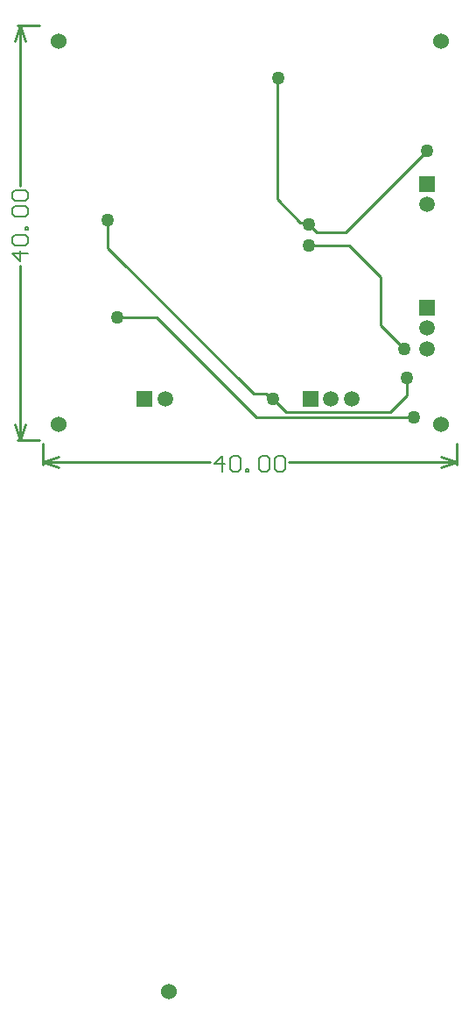
<source format=gbl>
G04*
G04 #@! TF.GenerationSoftware,Altium Limited,Altium Designer,22.1.2 (22)*
G04*
G04 Layer_Physical_Order=2*
G04 Layer_Color=16711680*
%FSLAX24Y24*%
%MOIN*%
G70*
G04*
G04 #@! TF.SameCoordinates,7AB658FE-4F4A-440D-9AF7-89D71A904C7E*
G04*
G04*
G04 #@! TF.FilePolarity,Positive*
G04*
G01*
G75*
%ADD11C,0.0100*%
%ADD13C,0.0060*%
%ADD31R,0.0591X0.0591*%
%ADD32C,0.0591*%
%ADD33C,0.0600*%
%ADD34R,0.0591X0.0591*%
%ADD35C,0.0500*%
D11*
X11650Y7400D02*
X12850Y6200D01*
Y4350D02*
Y6200D01*
Y4350D02*
X13750Y3450D01*
X8100Y850D02*
X14100D01*
X8750Y1550D02*
X9250Y1050D01*
X13200D01*
X4300Y4650D02*
X8100Y850D01*
X13200Y1050D02*
X13850Y1700D01*
X10100Y7350D02*
Y7400D01*
X11650D01*
X13850Y1700D02*
Y2350D01*
X10100Y8200D02*
X10400Y7900D01*
X10042Y8258D02*
X10100Y8200D01*
X2800Y4650D02*
X4300D01*
X2450Y7300D02*
Y8350D01*
Y7300D02*
X8000Y1750D01*
X8691Y1550D02*
X8750D01*
X8491Y1750D02*
X8691Y1550D01*
X8000Y1750D02*
X8491D01*
X9792Y8258D02*
X10042D01*
X8900Y9150D02*
X9792Y8258D01*
X10400Y7900D02*
X11500D01*
X8900Y9150D02*
Y13700D01*
X11500Y7900D02*
X14600Y11000D01*
X8900Y13700D02*
X8950Y13750D01*
X-900Y15748D02*
X-700Y15148D01*
X-1100D02*
X-900Y15748D01*
X-1100Y600D02*
X-900Y0D01*
X-700Y600D01*
X-900Y9660D02*
Y15748D01*
Y0D02*
Y6640D01*
X-1000Y15748D02*
X-170D01*
X-1000Y0D02*
X-170D01*
X-20Y-850D02*
X580Y-650D01*
X-20Y-850D02*
X580Y-1050D01*
X15128D02*
X15728Y-850D01*
X15128Y-650D02*
X15728Y-850D01*
X-20D02*
X6340D01*
X9360D02*
X15728D01*
X-20Y-950D02*
Y-150D01*
X15728Y-950D02*
Y-150D01*
D13*
X-600Y7100D02*
X-1200D01*
X-900Y6800D01*
Y7200D01*
X-1100Y7400D02*
X-1200Y7500D01*
Y7700D01*
X-1100Y7800D01*
X-700D01*
X-600Y7700D01*
Y7500D01*
X-700Y7400D01*
X-1100D01*
X-600Y8000D02*
X-700D01*
Y8100D01*
X-600D01*
Y8000D01*
X-1100Y8500D02*
X-1200Y8600D01*
Y8800D01*
X-1100Y8900D01*
X-700D01*
X-600Y8800D01*
Y8600D01*
X-700Y8500D01*
X-1100D01*
Y9100D02*
X-1200Y9200D01*
Y9400D01*
X-1100Y9500D01*
X-700D01*
X-600Y9400D01*
Y9200D01*
X-700Y9100D01*
X-1100D01*
X6800Y-1200D02*
Y-600D01*
X6500Y-900D01*
X6900D01*
X7100Y-700D02*
X7200Y-600D01*
X7400D01*
X7500Y-700D01*
Y-1100D01*
X7400Y-1200D01*
X7200D01*
X7100Y-1100D01*
Y-700D01*
X7700Y-1200D02*
Y-1100D01*
X7800D01*
Y-1200D01*
X7700D01*
X8200Y-700D02*
X8300Y-600D01*
X8500D01*
X8600Y-700D01*
Y-1100D01*
X8500Y-1200D01*
X8300D01*
X8200Y-1100D01*
Y-700D01*
X8800D02*
X8900Y-600D01*
X9100D01*
X9200Y-700D01*
Y-1100D01*
X9100Y-1200D01*
X8900D01*
X8800Y-1100D01*
Y-700D01*
D31*
X14600Y5037D02*
D03*
X14608Y9744D02*
D03*
D32*
X14600Y4250D02*
D03*
Y3463D02*
D03*
X14608Y8956D02*
D03*
X11737Y1550D02*
D03*
X10950D02*
D03*
X4644D02*
D03*
D33*
X15159Y591D02*
D03*
X591Y15159D02*
D03*
X15159D02*
D03*
X591Y591D02*
D03*
X4764Y-20976D02*
D03*
D34*
X10163Y1550D02*
D03*
X3856D02*
D03*
D35*
X13750Y3450D02*
D03*
X14100Y850D02*
D03*
X2800Y4650D02*
D03*
X10100Y7400D02*
D03*
Y8200D02*
D03*
X13850Y2350D02*
D03*
X8950Y13750D02*
D03*
X14600Y11000D02*
D03*
X8750Y1550D02*
D03*
X2450Y8350D02*
D03*
M02*

</source>
